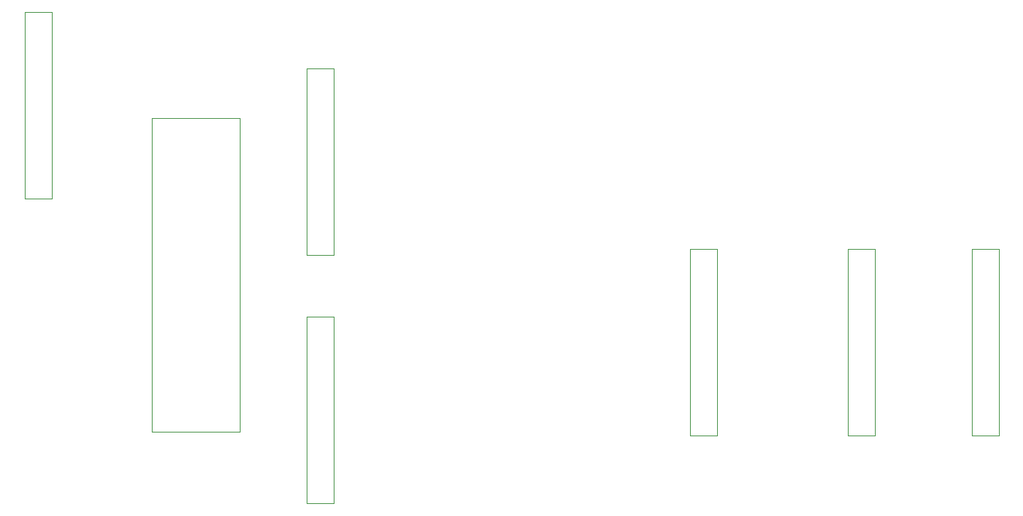
<source format=gbr>
G04 EasyPC Gerber Version 21.0.3 Build 4286 *
G04 #@! TF.Part,Single*
G04 #@! TF.FileFunction,Other,LED BLINK - Documentation *
G04 #@! TF.FilePolarity,Positive *
%FSLAX35Y35*%
%MOIN*%
%ADD10C,0.00197*%
X0Y0D02*
D02*
D10*
X145722Y294974D02*
X157691D01*
Y212219*
X145722*
Y294974*
X202242Y248081D02*
X241171D01*
Y109112*
X202242*
Y248081*
X282691Y77219D02*
X270722D01*
Y159974*
X282691*
Y77219*
Y187219D02*
X270722D01*
Y269974*
X282691*
Y187219*
X452691Y107219D02*
X440722D01*
Y189974*
X452691*
Y107219*
X510722Y189974D02*
X522691D01*
Y107219*
X510722*
Y189974*
X565722D02*
X577691D01*
Y107219*
X565722*
Y189974*
X0Y0D02*
M02*

</source>
